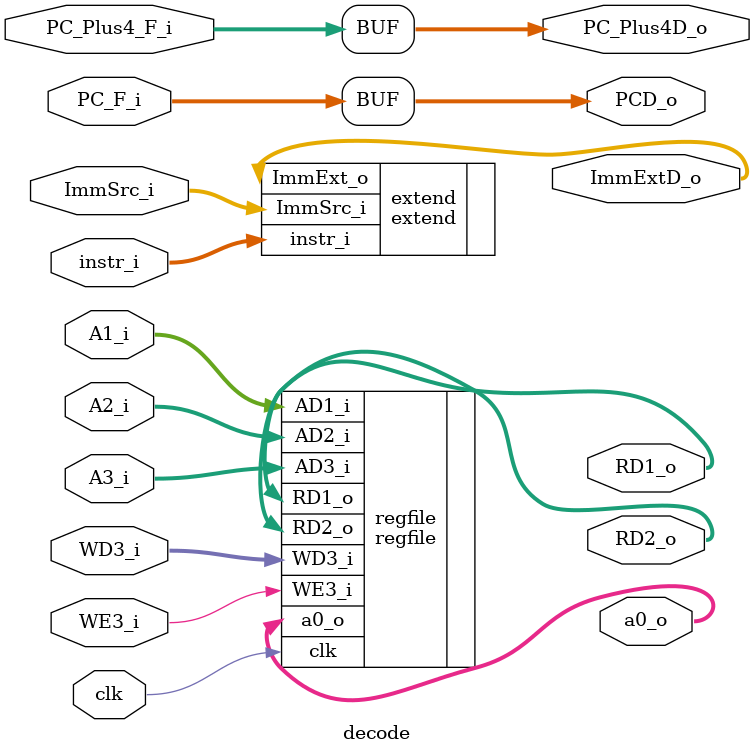
<source format=sv>
module decode #(
    parameter DATA_WIDTH = 32
) (
    
    input logic [2:0] ImmSrc_i,
    
    //PC related inputs
    input logic [DATA_WIDTH-1:0] PC_Plus4_F_i,
    input logic [DATA_WIDTH-1:0] PC_F_i,

    input logic clk,


    //Register File inputs 
    input logic [4:0] A1_i,
    input logic [4:0] A2_i,
    input logic [4:0] A3_i,
    input logic [DATA_WIDTH-1:0] instr_i,
    input logic [DATA_WIDTH-1:0] WD3_i,
    input logic WE3_i,

    
    //RF outputs
    output logic [DATA_WIDTH-1:0] RD1_o,
    output logic [DATA_WIDTH-1:0] RD2_o,

    //Extend output
    output logic [DATA_WIDTH-1:0] ImmExtD_o,

    //PC related outputs 
    output logic [DATA_WIDTH-1:0] PC_Plus4D_o, //this is the next instruction 
    output logic [DATA_WIDTH-1:0] PCD_o, //this goes to execute where it is added to the Immediate for JMP
    

    //test output 
    output logic [DATA_WIDTH-1:0] a0_o,
    



  


);


    extend extend(
        .instr_i(instr_i),
        .ImmSrc_i(ImmSrc_i),

        .ImmExt_o(ImmExtD_o)
    );


    regfile regfile(
        .clk(clk),
        .AD1_i(A1_i),
        .AD2_i(A2_i),
        .AD3_i(A3_i),

        .WE3_i(WE3_i),
        .WD3_i(WD3_i),

        .RD1_o(RD1_o),
        .RD2_o(RD2_o),
        .a0_o(a0_o)
    );

    assign PCD_o = PC_F_i;
    assign PC_Plus4D_o = PC_Plus4_F_i;
    
endmodule

</source>
